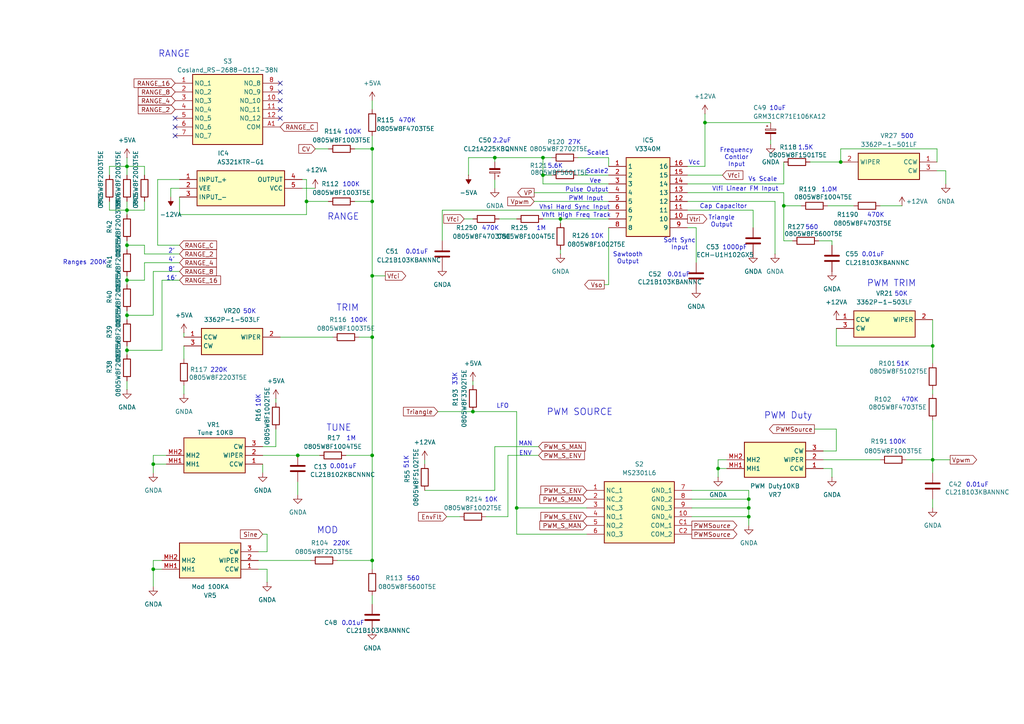
<source format=kicad_sch>
(kicad_sch (version 20250114) (generator "eeschema") (generator_version "9.0")
  (paper "A4")
  (text "LFO" (at 145.796 117.856 0) (effects (font (size 1.27 1.27))))
  (text "Scale2" (at 173.228 49.784 0) (effects (font (size 1.27 1.27))))
  (text "Vcc" (at 201.422 47.244 0) (effects (font (size 1.27 1.27))))
  (text "TRIM" (at 100.838 89.408 0) (effects (font (size 1.905 1.905))))
  (text "0.01uF" (at 283.464 140.716 0) (effects (font (size 1.27 1.27))))
  (text "560" (at 119.888 167.894 0) (effects (font (size 1.27 1.27))))
  (text "Frequency\nContlor\nInput" (at 213.614 45.72 0) (effects (font (size 1.27 1.27))))
  (text "220K" (at 63.5 107.442 0) (effects (font (size 1.27 1.27))))
  (text "10K" (at 142.494 145.034 0) (effects (font (size 1.27 1.27))))
  (text "33K" (at 131.9687 110.0165 90) (effects (font (size 1.27 1.27))))
  (text "RANGE" (at 50.546 15.748 0) (effects (font (size 1.905 1.905))))
  (text "Pulse Output" (at 170.18 55.118 0) (effects (font (size 1.27 1.27))))
  (text "10uF" (at 225.552 31.496 0) (effects (font (size 1.27 1.27))))
  (text "27K" (at 166.624 41.402 0) (effects (font (size 1.27 1.27))))
  (text "RANGE" (at 99.568 62.992 0) (effects (font (size 1.905 1.905))))
  (text "100K" (at 260.35 128.27 0) (effects (font (size 1.27 1.27))))
  (text "PWM SOURCE" (at 168.148 119.634 0) (effects (font (size 1.905 1.905))))
  (text "500" (at 263.144 39.624 0) (effects (font (size 1.27 1.27))))
  (text "Vhsi Hard Sync Input" (at 166.624 60.198 0) (effects (font (size 1.27 1.27))))
  (text "470K" (at 263.906 116.078 0) (effects (font (size 1.27 1.27))))
  (text "Triangle\nOutput" (at 209.296 64.262 0) (effects (font (size 1.27 1.27))))
  (text "0.001uF" (at 99.568 135.382 0) (effects (font (size 1.27 1.27))))
  (text "TUNE" (at 98.298 124.206 0) (effects (font (size 1.905 1.905))))
  (text "8'" (at 49.784 78.232 0) (effects (font (size 1.27 1.27))))
  (text "100K" (at 104.14 92.964 0) (effects (font (size 1.27 1.27))))
  (text "PWM Input" (at 169.926 57.658 0) (effects (font (size 1.27 1.27))))
  (text "51K" (at 117.856 134.112 90) (effects (font (size 1.27 1.27))))
  (text "470K" (at 254 62.484 0) (effects (font (size 1.27 1.27))))
  (text "PWM Duty" (at 228.6 120.65 0) (effects (font (size 1.905 1.905))))
  (text "1.5K" (at 233.68 42.926 0) (effects (font (size 1.27 1.27))))
  (text "Sawtooth\nOutput" (at 182.118 74.93 0) (effects (font (size 1.27 1.27))))
  (text "PWM TRIM" (at 258.572 82.296 0) (effects (font (size 1.905 1.905))))
  (text "1000pF" (at 213.106 71.882 0) (effects (font (size 1.27 1.27))))
  (text "Vlfi Linear FM Input" (at 216.154 54.864 0) (effects (font (size 1.27 1.27))))
  (text "220K" (at 99.06 157.734 0) (effects (font (size 1.27 1.27))))
  (text "MAN" (at 152.4 128.778 0) (effects (font (size 1.27 1.27))))
  (text "16'" (at 49.784 80.772 0) (effects (font (size 1.27 1.27))))
  (text "Vee" (at 172.72 52.578 0) (effects (font (size 1.27 1.27))))
  (text "10K" (at 173.228 68.58 0) (effects (font (size 1.27 1.27))))
  (text "0.01uF" (at 253.238 73.914 0) (effects (font (size 1.27 1.27))))
  (text "Soft Sync\nInput" (at 197.104 70.866 0) (effects (font (size 1.27 1.27))))
  (text "Scale1" (at 173.482 44.45 0) (effects (font (size 1.27 1.27))))
  (text "0.01uF" (at 102.362 180.848 0) (effects (font (size 1.27 1.27))))
  (text "Ranges 200K" (at 24.638 76.2 0) (effects (font (size 1.27 1.27))))
  (text "51K" (at 261.874 105.664 0) (effects (font (size 1.27 1.27))))
  (text "100K" (at 102.362 38.354 0) (effects (font (size 1.27 1.27))))
  (text "560" (at 235.458 66.04 0) (effects (font (size 1.27 1.27))))
  (text "2.2uF" (at 145.542 40.894 0) (effects (font (size 1.27 1.27))))
  (text "1M" (at 101.854 127.254 0) (effects (font (size 1.27 1.27))))
  (text "Vs Scale" (at 221.234 52.07 0) (effects (font (size 1.27 1.27))))
  (text "ENV" (at 152.4 131.572 0) (effects (font (size 1.27 1.27))))
  (text "50K" (at 72.39 90.424 0) (effects (font (size 1.27 1.27))))
  (text "470K" (at 142.24 66.294 0) (effects (font (size 1.27 1.27))))
  (text "100K" (at 101.854 53.594 0) (effects (font (size 1.27 1.27))))
  (text "10K" (at 74.93 116.332 90) (effects (font (size 1.27 1.27))))
  (text "1.0M" (at 240.538 55.118 0) (effects (font (size 1.27 1.27))))
  (text "Cap Capacitor" (at 209.804 59.944 0) (effects (font (size 1.27 1.27))))
  (text "0.01uF" (at 196.85 79.756 0) (effects (font (size 1.27 1.27))))
  (text "0.01uF" (at 120.904 73.152 0) (effects (font (size 1.27 1.27))))
  (text "50K" (at 261.366 85.344 0) (effects (font (size 1.27 1.27))))
  (text "470K" (at 118.11 35.052 0) (effects (font (size 1.27 1.27))))
  (text "1M" (at 156.972 66.294 0) (effects (font (size 1.27 1.27))))
  (text "4'" (at 49.784 75.438 0) (effects (font (size 1.27 1.27))))
  (text "MOD" (at 94.996 153.924 0) (effects (font (size 1.905 1.905))))
  (text "Vhft High Freq Track" (at 167.132 62.484 0) (effects (font (size 1.27 1.27))))
  (text "5.6K" (at 161.036 48.26 0) (effects (font (size 1.27 1.27))))
  (text "2'" (at 49.784 72.898 0) (effects (font (size 1.27 1.27))))
  (junction (at 36.83 91.44))
  (junction (at 36.83 101.6))
  (junction (at 44.45 134.62))
  (junction (at 107.95 97.79))
  (junction (at 157.48 50.8))
  (junction (at 157.48 45.72))
  (junction (at 44.45 165.1))
  (junction (at 107.95 58.42))
  (junction (at 204.47 35.56))
  (junction (at 86.36 132.08))
  (junction (at 137.16 119.38))
  (junction (at 149.86 147.32))
  (junction (at 88.9 58.42))
  (junction (at 227.33 59.69))
  (junction (at 143.51 45.72))
  (junction (at 36.83 71.12))
  (junction (at 162.56 63.5))
  (junction (at 36.83 60.96))
  (junction (at 107.95 162.56))
  (junction (at 107.95 80.01))
  (junction (at 36.83 81.28))
  (junction (at 107.95 43.18))
  (junction (at 243.84 46.99))
  (junction (at 36.83 48.26))
  (junction (at 270.51 133.35))
  (junction (at 217.17 147.32))
  (junction (at 107.95 132.08))
  (junction (at 270.51 100.33))
  (junction (at 217.17 144.78))
  (junction (at 208.28 135.89))
  (junction (at 217.17 149.86))
  (no_connect (at 81.28 26.67))
  (no_connect (at 81.28 31.75))
  (no_connect (at 50.8 34.29))
  (no_connect (at 50.8 36.83))
  (no_connect (at 81.28 29.21))
  (no_connect (at 81.28 34.29))
  (no_connect (at 81.28 24.13))
  (no_connect (at 50.8 39.37))
  (wire (pts (xy 76.2 129.54) (xy 80.01 129.54)))
  (wire (pts (xy 128.27 60.96) (xy 128.27 69.85)))
  (wire (pts (xy 227.33 46.99) (xy 227.33 53.34)))
  (wire (pts (xy 107.95 43.18) (xy 107.95 58.42)))
  (wire (pts (xy 107.95 172.72) (xy 107.95 175.26)))
  (wire (pts (xy 208.28 133.35) (xy 208.28 135.89)))
  (wire (pts (xy 200.66 149.86) (xy 217.17 149.86)))
  (wire (pts (xy 41.91 76.2) (xy 52.07 76.2)))
  (wire (pts (xy 36.83 48.26) (xy 41.91 48.26)))
  (wire (pts (xy 81.28 97.79) (xy 96.52 97.79)))
  (wire (pts (xy 176.53 45.72) (xy 167.64 45.72)))
  (wire (pts (xy 157.48 45.72) (xy 160.02 45.72)))
  (wire (pts (xy 200.66 147.32) (xy 217.17 147.32)))
  (wire (pts (xy 255.27 59.69) (xy 261.62 59.69)))
  (wire (pts (xy 45.72 71.12) (xy 45.72 52.07)))
  (wire (pts (xy 270.51 100.33) (xy 270.51 92.71)))
  (wire (pts (xy 149.86 147.32) (xy 149.86 119.38)))
  (wire (pts (xy 162.56 63.5) (xy 176.53 63.5)))
  (wire (pts (xy 53.34 96.52) (xy 53.34 97.79)))
  (wire (pts (xy 134.62 63.5) (xy 137.16 63.5)))
  (wire (pts (xy 137.16 110.49) (xy 137.16 111.76)))
  (wire (pts (xy 36.83 60.96) (xy 36.83 62.23)))
  (wire (pts (xy 46.99 101.6) (xy 46.99 81.28)))
  (wire (pts (xy 41.91 71.12) (xy 41.91 73.66)))
  (wire (pts (xy 199.39 55.88) (xy 227.33 55.88)))
  (wire (pts (xy 217.17 149.86) (xy 217.17 152.4)))
  (wire (pts (xy 217.17 144.78) (xy 217.17 147.32)))
  (wire (pts (xy 237.49 69.85) (xy 241.3 69.85)))
  (wire (pts (xy 262.89 133.35) (xy 270.51 133.35)))
  (wire (pts (xy 147.32 132.08) (xy 156.21 132.08)))
  (wire (pts (xy 242.57 124.46) (xy 242.57 130.81)))
  (wire (pts (xy 143.51 45.72) (xy 157.48 45.72)))
  (wire (pts (xy 238.76 133.35) (xy 255.27 133.35)))
  (wire (pts (xy 227.33 55.88) (xy 227.33 59.69)))
  (wire (pts (xy 36.83 90.17) (xy 36.83 91.44)))
  (wire (pts (xy 176.53 48.26) (xy 176.53 45.72)))
  (wire (pts (xy 270.51 133.35) (xy 275.59 133.35)))
  (wire (pts (xy 242.57 130.81) (xy 238.76 130.81)))
  (wire (pts (xy 143.51 129.54) (xy 156.21 129.54)))
  (wire (pts (xy 88.9 52.07) (xy 87.63 52.07)))
  (wire (pts (xy 175.26 82.55) (xy 176.53 82.55)))
  (wire (pts (xy 41.91 48.26) (xy 41.91 50.8)))
  (wire (pts (xy 224.79 58.42) (xy 224.79 73.66)))
  (wire (pts (xy 154.94 58.42) (xy 176.53 58.42)))
  (wire (pts (xy 76.2 154.94) (xy 77.47 154.94)))
  (wire (pts (xy 204.47 33.02) (xy 204.47 35.56)))
  (wire (pts (xy 77.47 165.1) (xy 77.47 168.91)))
  (wire (pts (xy 76.2 137.16) (xy 76.2 134.62)))
  (wire (pts (xy 111.76 80.01) (xy 107.95 80.01)))
  (wire (pts (xy 170.18 154.94) (xy 149.86 154.94)))
  (wire (pts (xy 53.34 111.76) (xy 53.34 114.3)))
  (wire (pts (xy 107.95 97.79) (xy 107.95 80.01)))
  (wire (pts (xy 208.28 135.89) (xy 208.28 138.43)))
  (wire (pts (xy 41.91 73.66) (xy 52.07 73.66)))
  (wire (pts (xy 36.83 91.44) (xy 44.45 91.44)))
  (wire (pts (xy 227.33 53.34) (xy 199.39 53.34)))
  (wire (pts (xy 53.34 100.33) (xy 53.34 104.14)))
  (wire (pts (xy 107.95 97.79) (xy 107.95 132.08)))
  (wire (pts (xy 36.83 80.01) (xy 36.83 81.28)))
  (wire (pts (xy 241.3 69.85) (xy 241.3 71.12)))
  (wire (pts (xy 229.87 69.85) (xy 227.33 69.85)))
  (wire (pts (xy 129.54 149.86) (xy 133.35 149.86)))
  (wire (pts (xy 270.51 113.03) (xy 270.51 114.3)))
  (wire (pts (xy 144.78 63.5) (xy 149.86 63.5)))
  (wire (pts (xy 270.51 133.35) (xy 270.51 137.16)))
  (wire (pts (xy 36.83 45.72) (xy 36.83 48.26)))
  (wire (pts (xy 36.83 91.44) (xy 36.83 92.71)))
  (wire (pts (xy 143.51 45.72) (xy 143.51 46.99)))
  (wire (pts (xy 127 119.38) (xy 137.16 119.38)))
  (wire (pts (xy 218.44 60.96) (xy 218.44 66.04)))
  (wire (pts (xy 45.72 71.12) (xy 52.07 71.12)))
  (wire (pts (xy 201.93 66.04) (xy 199.39 66.04)))
  (wire (pts (xy 200.66 144.78) (xy 217.17 144.78)))
  (wire (pts (xy 44.45 91.44) (xy 44.45 78.74)))
  (wire (pts (xy 217.17 147.32) (xy 217.17 149.86)))
  (wire (pts (xy 86.36 139.7) (xy 86.36 143.51)))
  (wire (pts (xy 46.99 162.56) (xy 44.45 162.56)))
  (wire (pts (xy 140.97 149.86) (xy 147.32 149.86)))
  (wire (pts (xy 31.75 50.8) (xy 31.75 48.26)))
  (wire (pts (xy 88.9 62.23) (xy 88.9 58.42)))
  (wire (pts (xy 234.95 46.99) (xy 243.84 46.99)))
  (wire (pts (xy 123.19 133.35) (xy 123.19 134.62)))
  (wire (pts (xy 157.48 63.5) (xy 162.56 63.5)))
  (wire (pts (xy 176.53 60.96) (xy 128.27 60.96)))
  (wire (pts (xy 74.93 162.56) (xy 90.17 162.56)))
  (wire (pts (xy 199.39 58.42) (xy 224.79 58.42)))
  (wire (pts (xy 143.51 142.24) (xy 143.51 129.54)))
  (wire (pts (xy 36.83 81.28) (xy 36.83 82.55)))
  (wire (pts (xy 204.47 48.26) (xy 199.39 48.26)))
  (wire (pts (xy 200.66 142.24) (xy 217.17 142.24)))
  (wire (pts (xy 199.39 60.96) (xy 218.44 60.96)))
  (wire (pts (xy 209.55 50.8) (xy 199.39 50.8)))
  (wire (pts (xy 160.02 50.8) (xy 157.48 50.8)))
  (wire (pts (xy 88.9 58.42) (xy 88.9 52.07)))
  (wire (pts (xy 36.83 69.85) (xy 36.83 71.12)))
  (wire (pts (xy 104.14 97.79) (xy 107.95 97.79)))
  (wire (pts (xy 242.57 100.33) (xy 270.51 100.33)))
  (wire (pts (xy 102.87 43.18) (xy 107.95 43.18)))
  (wire (pts (xy 176.53 82.55) (xy 176.53 66.04)))
  (wire (pts (xy 107.95 58.42) (xy 107.95 80.01)))
  (wire (pts (xy 86.36 132.08) (xy 92.71 132.08)))
  (wire (pts (xy 107.95 29.21) (xy 107.95 31.75)))
  (wire (pts (xy 48.26 134.62) (xy 44.45 134.62)))
  (wire (pts (xy 223.52 40.64) (xy 223.52 41.91)))
  (wire (pts (xy 74.93 165.1) (xy 77.47 165.1)))
  (wire (pts (xy 170.18 147.32) (xy 149.86 147.32)))
  (wire (pts (xy 41.91 81.28) (xy 41.91 76.2)))
  (wire (pts (xy 36.83 60.96) (xy 41.91 60.96)))
  (wire (pts (xy 271.78 49.53) (xy 274.32 49.53)))
  (wire (pts (xy 135.89 45.72) (xy 143.51 45.72)))
  (wire (pts (xy 36.83 58.42) (xy 36.83 60.96)))
  (wire (pts (xy 167.64 50.8) (xy 176.53 50.8)))
  (wire (pts (xy 80.01 124.46) (xy 80.01 129.54)))
  (wire (pts (xy 36.83 48.26) (xy 36.83 50.8)))
  (wire (pts (xy 240.03 59.69) (xy 247.65 59.69)))
  (wire (pts (xy 135.89 45.72) (xy 135.89 50.8)))
  (wire (pts (xy 154.94 55.88) (xy 176.53 55.88)))
  (wire (pts (xy 227.33 59.69) (xy 232.41 59.69)))
  (wire (pts (xy 147.32 149.86) (xy 147.32 132.08)))
  (wire (pts (xy 80.01 116.84) (xy 80.01 115.57)))
  (wire (pts (xy 210.82 135.89) (xy 208.28 135.89)))
  (wire (pts (xy 270.51 121.92) (xy 270.51 133.35)))
  (wire (pts (xy 44.45 162.56) (xy 44.45 165.1)))
  (wire (pts (xy 204.47 35.56) (xy 223.52 35.56)))
  (wire (pts (xy 45.72 52.07) (xy 52.07 52.07)))
  (wire (pts (xy 271.78 46.99) (xy 271.78 43.18)))
  (wire (pts (xy 91.44 43.18) (xy 95.25 43.18)))
  (wire (pts (xy 107.95 39.37) (xy 107.95 43.18)))
  (wire (pts (xy 143.51 52.07) (xy 143.51 54.61)))
  (wire (pts (xy 271.78 43.18) (xy 243.84 43.18)))
  (wire (pts (xy 123.19 142.24) (xy 143.51 142.24)))
  (wire (pts (xy 87.63 54.61) (xy 91.44 54.61)))
  (wire (pts (xy 176.53 53.34) (xy 157.48 53.34)))
  (wire (pts (xy 46.99 81.28) (xy 52.07 81.28)))
  (wire (pts (xy 31.75 48.26) (xy 36.83 48.26)))
  (wire (pts (xy 88.9 58.42) (xy 95.25 58.42)))
  (wire (pts (xy 46.99 165.1) (xy 44.45 165.1)))
  (wire (pts (xy 36.83 100.33) (xy 36.83 101.6)))
  (wire (pts (xy 243.84 43.18) (xy 243.84 46.99)))
  (wire (pts (xy 107.95 162.56) (xy 107.95 165.1)))
  (wire (pts (xy 41.91 60.96) (xy 41.91 58.42)))
  (wire (pts (xy 44.45 132.08) (xy 44.45 134.62)))
  (wire (pts (xy 44.45 78.74) (xy 52.07 78.74)))
  (wire (pts (xy 31.75 60.96) (xy 36.83 60.96)))
  (wire (pts (xy 74.93 160.02) (xy 77.47 160.02)))
  (wire (pts (xy 36.83 71.12) (xy 41.91 71.12)))
  (wire (pts (xy 49.53 54.61) (xy 49.53 57.15)))
  (wire (pts (xy 270.51 100.33) (xy 270.51 105.41)))
  (wire (pts (xy 157.48 45.72) (xy 157.48 50.8)))
  (wire (pts (xy 242.57 124.46) (xy 236.22 124.46)))
  (wire (pts (xy 270.51 144.78) (xy 270.51 147.32)))
  (wire (pts (xy 162.56 63.5) (xy 162.56 64.77)))
  (wire (pts (xy 149.86 154.94) (xy 149.86 147.32)))
  (wire (pts (xy 77.47 154.94) (xy 77.47 160.02)))
  (wire (pts (xy 107.95 162.56) (xy 107.95 132.08)))
  (wire (pts (xy 102.87 58.42) (xy 107.95 58.42)))
  (wire (pts (xy 100.33 132.08) (xy 107.95 132.08)))
  (wire (pts (xy 274.32 49.53) (xy 274.32 53.34)))
  (wire (pts (xy 149.86 119.38) (xy 137.16 119.38)))
  (wire (pts (xy 44.45 134.62) (xy 44.45 137.16)))
  (wire (pts (xy 48.26 132.08) (xy 44.45 132.08)))
  (wire (pts (xy 227.33 59.69) (xy 227.33 69.85)))
  (wire (pts (xy 36.83 101.6) (xy 46.99 101.6)))
  (wire (pts (xy 241.3 135.89) (xy 241.3 138.43)))
  (wire (pts (xy 52.07 57.15) (xy 52.07 62.23)))
  (wire (pts (xy 157.48 53.34) (xy 157.48 50.8)))
  (wire (pts (xy 52.07 54.61) (xy 49.53 54.61)))
  (wire (pts (xy 217.17 142.24) (xy 217.17 144.78)))
  (wire (pts (xy 36.83 71.12) (xy 36.83 72.39)))
  (wire (pts (xy 31.75 58.42) (xy 31.75 60.96)))
  (wire (pts (xy 44.45 165.1) (xy 44.45 170.18)))
  (wire (pts (xy 238.76 135.89) (xy 241.3 135.89)))
  (wire (pts (xy 210.82 133.35) (xy 208.28 133.35)))
  (wire (pts (xy 76.2 132.08) (xy 86.36 132.08)))
  (wire (pts (xy 52.07 62.23) (xy 88.9 62.23)))
  (wire (pts (xy 201.93 66.04) (xy 201.93 76.2)))
  (wire (pts (xy 242.57 95.25) (xy 242.57 100.33)))
  (wire (pts (xy 36.83 110.49) (xy 36.83 113.03)))
  (wire (pts (xy 97.79 162.56) (xy 107.95 162.56)))
  (wire (pts (xy 36.83 81.28) (xy 41.91 81.28)))
  (wire (pts (xy 162.56 73.66) (xy 162.56 72.39)))
  (wire (pts (xy 204.47 35.56) (xy 204.47 48.26)))
  (wire (pts (xy 36.83 101.6) (xy 36.83 102.87)))
  (global_label "VP" (shape output) (at 154.94 55.88 180) (property "Intersheetrefs" "${INTERSHEET_REFS}" (effects (hide yes))))
  (global_label "RANGE_16" (shape input) (at 52.07 81.28 0) (property "Intersheetrefs" "${INTERSHEET_REFS}" (effects (hide yes))))
  (global_label "Vpwm" (shape input) (at 154.94 58.42 180) (property "Intersheetrefs" "${INTERSHEET_REFS}" (effects (hide yes))))
  (global_label "PWMSource" (shape output) (at 200.66 152.4 0) (property "Intersheetrefs" "${INTERSHEET_REFS}" (effects (hide yes))))
  (global_label "RANGE_C" (shape input) (at 81.28 36.83 0) (property "Intersheetrefs" "${INTERSHEET_REFS}" (effects (hide yes))))
  (global_label "Vpwm" (shape output) (at 275.59 133.35 0) (property "Intersheetrefs" "${INTERSHEET_REFS}" (effects (hide yes))))
  (global_label "EnvFlt" (shape input) (at 129.54 149.86 180) (property "Intersheetrefs" "${INTERSHEET_REFS}" (effects (hide yes))))
  (global_label "Vfci" (shape input) (at 209.55 50.8 0) (property "Intersheetrefs" "${INTERSHEET_REFS}" (effects (hide yes))))
  (global_label "PWM_S_MAN" (shape input) (at 156.21 129.54 0) (property "Intersheetrefs" "${INTERSHEET_REFS}" (effects (hide yes))))
  (global_label "RANGE_2" (shape input) (at 52.07 73.66 0) (property "Intersheetrefs" "${INTERSHEET_REFS}" (effects (hide yes))))
  (global_label "Triangle" (shape input) (at 127 119.38 180) (property "Intersheetrefs" "${INTERSHEET_REFS}" (effects (hide yes))))
  (global_label "PWM_S_ENV" (shape input) (at 156.21 132.08 0) (property "Intersheetrefs" "${INTERSHEET_REFS}" (effects (hide yes))))
  (global_label "PWM_S_MAN" (shape input) (at 170.18 152.4 180) (property "Intersheetrefs" "${INTERSHEET_REFS}" (effects (hide yes))))
  (global_label "RANGE_4" (shape input) (at 52.07 76.2 0) (property "Intersheetrefs" "${INTERSHEET_REFS}" (effects (hide yes))))
  (global_label "Sine" (shape input) (at 76.2 154.94 180) (property "Intersheetrefs" "${INTERSHEET_REFS}" (effects (hide yes))))
  (global_label "RANGE_8" (shape input) (at 50.8 26.67 180) (property "Intersheetrefs" "${INTERSHEET_REFS}" (effects (hide yes))))
  (global_label "RANGE_16" (shape input) (at 50.8 24.13 180) (property "Intersheetrefs" "${INTERSHEET_REFS}" (effects (hide yes))))
  (global_label "PWMSource" (shape output) (at 236.22 124.46 180) (property "Intersheetrefs" "${INTERSHEET_REFS}" (effects (hide yes))))
  (global_label "PWM_S_MAN" (shape input) (at 170.18 144.78 180) (property "Intersheetrefs" "${INTERSHEET_REFS}" (effects (hide yes))))
  (global_label "PWM_S_ENV" (shape input) (at 170.18 142.24 180) (property "Intersheetrefs" "${INTERSHEET_REFS}" (effects (hide yes))))
  (global_label "RANGE_2" (shape input) (at 50.8 31.75 180) (property "Intersheetrefs" "${INTERSHEET_REFS}" (effects (hide yes))))
  (global_label "CV" (shape input) (at 91.44 43.18 180) (property "Intersheetrefs" "${INTERSHEET_REFS}" (effects (hide yes))))
  (global_label "Vfci" (shape output) (at 111.76 80.01 0) (property "Intersheetrefs" "${INTERSHEET_REFS}" (effects (hide yes))))
  (global_label "RANGE_4" (shape input) (at 50.8 29.21 180) (property "Intersheetrefs" "${INTERSHEET_REFS}" (effects (hide yes))))
  (global_label "RANGE_C" (shape input) (at 52.07 71.12 0) (property "Intersheetrefs" "${INTERSHEET_REFS}" (effects (hide yes))))
  (global_label "RANGE_8" (shape input) (at 52.07 78.74 0) (property "Intersheetrefs" "${INTERSHEET_REFS}" (effects (hide yes))))
  (global_label "Vfci" (shape input) (at 134.62 63.5 180) (property "Intersheetrefs" "${INTERSHEET_REFS}" (effects (hide yes))))
  (global_label "Vso" (shape output) (at 175.26 82.55 180) (property "Intersheetrefs" "${INTERSHEET_REFS}" (effects (hide yes))))
  (global_label "PWM_S_ENV" (shape input) (at 170.18 149.86 180) (property "Intersheetrefs" "${INTERSHEET_REFS}" (effects (hide yes))))
  (global_label "PWMSource" (shape output) (at 200.66 154.94 0) (property "Intersheetrefs" "${INTERSHEET_REFS}" (effects (hide yes))))
  (global_label "Vtri" (shape output) (at 199.39 63.5 0) (property "Intersheetrefs" "${INTERSHEET_REFS}" (effects (hide yes))))
  (symbol (lib_id "power:+5VA") (at 53.34 96.52 0) (unit 1)
    (property "Reference" "#PWR020" (effects (hide yes)))
    (property "Value" "+5VA" (at 53.34 91.44 0))
    (property "Description" "Power symbol creates a global label with name \"+5VA\"" (effects (hide yes)))
  )
  (symbol (lib_id "Device:R") (at 231.14 46.99 90) (unit 1)
    (property "Reference" "R118" (at 228.6 42.672 90))
    (property "Value" "0805W8F1501T5E" (at 231.394 44.958 90))
    (property "Footprint" "Resistor_SMD:R_0805_2012Metric_Pad1.20x1.40mm_HandSolder" (effects (hide yes)))
    (property "Description" "Resistor" (effects (hide yes)))
  )
  (symbol (lib_id "Device:R") (at 80.01 120.65 180) (unit 1)
    (property "Reference" "R16" (at 74.93 120.396 90))
    (property "Value" "0805W8F1002T5E" (at 77.47 120.65 90))
    (property "Footprint" "Resistor_SMD:R_0805_2012Metric_Pad1.20x1.40mm_HandSolder" (effects (hide yes)))
    (property "Description" "Resistor" (effects (hide yes)))
  )
  (symbol (lib_id "Device:R") (at 163.83 50.8 90) (unit 1)
    (property "Reference" "R121" (at 156.21 48.006 90))
    (property "Value" "0805W8F5601T5E" (at 162.306 50.038 90))
    (property "Footprint" "Resistor_SMD:R_0805_2012Metric_Pad1.20x1.40mm_HandSolder" (effects (hide yes)))
    (property "Description" "Resistor" (effects (hide yes)))
  )
  (symbol (lib_id "power:GNDA") (at 217.17 152.4 0) (unit 1)
    (property "Reference" "#PWR027" (effects (hide yes)))
    (property "Value" "GNDA" (at 217.17 157.48 0))
    (property "Description" "Power symbol creates a global label with name \"GNDA\" , analog ground" (effects (hide yes)))
  )
  (symbol (lib_id "Device:C") (at 201.93 80.01 180) (unit 1)
    (property "Reference" "C52" (at 187.96 79.502 0) (effects (justify right)))
    (property "Value" "CL21B103KBANNNC" (at 184.912 81.788 0) (effects (justify right)))
    (property "Footprint" "Capacitor_SMD:C_0805_2012Metric_Pad1.18x1.45mm_HandSolder" (effects (hide yes)))
    (property "Description" "Unpolarized capacitor" (effects (hide yes)))
  )
  (symbol (lib_id "Device:C") (at 218.44 69.85 180) (unit 1)
    (property "Reference" "C53" (at 204.724 71.628 0) (effects (justify right)))
    (property "Value" "ECH-U1H102GX5" (at 201.93 73.914 0) (effects (justify right)))
    (property "Footprint" "Capacitor_SMD:C_0805_2012Metric_Pad1.18x1.45mm_HandSolder" (effects (hide yes)))
    (property "Description" "Unpolarized capacitor" (effects (hide yes)))
  )
  (symbol (lib_id "power:+5VA") (at 80.01 115.57 0) (unit 1)
    (property "Reference" "#PWR017" (effects (hide yes)))
    (property "Value" "+5VA" (at 80.01 110.49 0))
    (property "Description" "Power symbol creates a global label with name \"+5VA\"" (effects (hide yes)))
  )
  (symbol (lib_id "SamacSys_Parts:RK09D117000B") (at 76.2 134.62 180) (unit 1)
    (property "Reference" "VR1" (at 61.976 123.19 0))
    (property "Value" "Tune 10KB" (at 62.484 125.476 0))
    (property "Footprint" "SamacSys_parts:RK09D117000B" (effects (hide yes)))
    (property "Datasheet" "https://tech.alpsalpine.com/prod/j/html/potentiometer/rotarypotentiometers/rk09k/rk09d117000b.html" (effects (hide yes)))
    (property "Description" "9-inch insulated shaft snap-in type RK09K/RK09D series" (effects (hide yes)))
    (property "Height" "30" (effects (hide yes)))
    (property "Manufacturer_Name" "ALPS Electric" (effects (hide yes)))
    (property "Manufacturer_Part_Number" "RK09D117000B" (effects (hide yes)))
    (property "Mouser Part Number" "688-RK09D117000B" (effects (hide yes)))
    (property "Mouser Price/Stock" "https://www.mouser.co.uk/ProductDetail/Alps-Alpine/RK09D117000B?qs=3cOf6TWd2rbc67829PEbEQ%3D%3D" (effects (hide yes)))
  )
  (symbol (lib_id "power:GNDA") (at 241.3 138.43 0) (unit 1)
    (property "Reference" "#PWR010" (effects (hide yes)))
    (property "Value" "GNDA" (at 241.3 143.51 0))
    (property "Description" "Power symbol creates a global label with name \"GNDA\" , analog ground" (effects (hide yes)))
  )
  (symbol (lib_id "power:GNDA") (at 77.47 168.91 0) (mirror y) (unit 1)
    (property "Reference" "#PWR013" (effects (hide yes)))
    (property "Value" "GNDA" (at 77.47 173.99 0))
    (property "Description" "Power symbol creates a global label with name \"GNDA\" , analog ground" (effects (hide yes)))
  )
  (symbol (lib_id "power:GNDA") (at 53.34 114.3 0) (unit 1)
    (property "Reference" "#PWR051" (effects (hide yes)))
    (property "Value" "GNDA" (at 53.34 119.38 0))
    (property "Description" "Power symbol creates a global label with name \"GNDA\" , analog ground" (effects (hide yes)))
  )
  (symbol (lib_id "Device:R") (at 93.98 162.56 90) (unit 1)
    (property "Reference" "R104" (at 92.71 157.48 90))
    (property "Value" "0805W8F2203T5E" (at 93.98 160.02 90))
    (property "Footprint" "Resistor_SMD:R_0805_2012Metric_Pad1.20x1.40mm_HandSolder" (effects (hide yes)))
    (property "Description" "Resistor" (effects (hide yes)))
  )
  (symbol (lib_id "Device:C") (at 86.36 135.89 180) (unit 1)
    (property "Reference" "C13" (at 90.932 135.382 0) (effects (justify right)))
    (property "Value" "CL21B102KBCNNNC" (at 89.916 137.668 0) (effects (justify right)))
    (property "Footprint" "Capacitor_SMD:C_0805_2012Metric_Pad1.18x1.45mm_HandSolder" (effects (hide yes)))
    (property "Description" "Unpolarized capacitor" (effects (hide yes)))
  )
  (symbol (lib_id "SamacSys_Parts:3362P-1-103LF") (at 53.34 97.79 0) (unit 1)
    (property "Reference" "VR20" (at 67.31 90.17 0))
    (property "Value" "3362P-1-503LF" (at 67.31 92.71 0))
    (property "Footprint" "SamacSys_parts:3362P_1" (effects (hide yes)))
    (property "Datasheet" "https://datasheet.datasheetarchive.com/originals/distributors/SFDatasheet-6/sf-000139931.pdf" (effects (hide yes)))
    (property "Description" "10k, Through Hole Trimmer Potentiometer 0.5W Top Adjust Bourns, 3362" (effects (hide yes)))
    (property "Manufacturer_Name" "Bourns" (effects (hide yes)))
    (property "Manufacturer_Part_Number" "3362P-1-103LF" (effects (hide yes)))
    (property "Mouser Part Number" "652-3362P-1-103LF" (effects (hide yes)))
    (property "Mouser Price/Stock" "https://www.mouser.co.uk/ProductDetail/Bourns/3362P-1-103LF?qs=tS7CBNq%252BQ07BavGNEQud%252BA%3D%3D" (effects (hide yes)))
    (property "Arrow Part Number" "3362P-1-103LF" (effects (hide yes)))
    (property "Arrow Price/Stock" "https://www.arrow.com/en/products/3362p-1-103lf/bourns?utm_currency=USD&region=nac" (effects (hide yes)))
  )
  (symbol (lib_id "power:GNDA") (at 218.44 73.66 0) (unit 1)
    (property "Reference" "#PWR063" (effects (hide yes)))
    (property "Value" "GNDA" (at 218.44 78.74 0))
    (property "Description" "Power symbol creates a global label with name \"GNDA\" , analog ground" (effects (hide yes)))
  )
  (symbol (lib_id "Device:R") (at 31.75 54.61 180) (unit 1)
    (property "Reference" "R43" (at 29.21 57.912 90))
    (property "Value" "0805W8F2003T5E" (at 29.21 52.07 90))
    (property "Footprint" "Resistor_SMD:R_0805_2012Metric_Pad1.20x1.40mm_HandSolder" (effects (hide yes)))
    (property "Description" "Resistor" (effects (hide yes)))
  )
  (symbol (lib_id "power:+12VA") (at 91.44 54.61 0) (unit 1)
    (property "Reference" "#PWR052" (effects (hide yes)))
    (property "Value" "+12VA" (at 91.694 49.276 0))
    (property "Description" "Power symbol creates a global label with name \"+12VA\"" (effects (hide yes)))
  )
  (symbol (lib_id "power:GNDA") (at 44.45 170.18 0) (mirror y) (unit 1)
    (property "Reference" "#PWR014" (effects (hide yes)))
    (property "Value" "GNDA" (at 44.45 175.26 0))
    (property "Description" "Power symbol creates a global label with name \"GNDA\" , analog ground" (effects (hide yes)))
  )
  (symbol (lib_id "Device:R") (at 140.97 63.5 90) (unit 1)
    (property "Reference" "R1250" (at 135.382 66.04 90))
    (property "Value" "0805W8F4703T5E" (at 139.7 68.58 90))
    (property "Footprint" "Resistor_SMD:R_0805_2012Metric_Pad1.20x1.40mm_HandSolder" (effects (hide yes)))
    (property "Description" "Resistor" (effects (hide yes)))
  )
  (symbol (lib_id "power:+12VA") (at 123.19 133.35 0) (unit 1)
    (property "Reference" "#PWR055" (effects (hide yes)))
    (property "Value" "+12VA" (at 123.19 128.27 0))
    (property "Description" "Power symbol creates a global label with name \"+12VA\"" (effects (hide yes)))
  )
  (symbol (lib_name "R_1") (lib_id "Device:R") (at 137.16 115.57 180) (unit 1)
    (property "Reference" "R193" (at 132.08 115.316 90))
    (property "Value" "0805W8F3302T5E" (at 134.62 115.57 90))
    (property "Footprint" "Resistor_SMD:R_0805_2012Metric_Pad1.20x1.40mm_HandSolder" (effects (hide yes)))
    (property "Description" "Resistor" (effects (hide yes)))
  )
  (symbol (lib_id "power:GNDA") (at 76.2 137.16 0) (unit 1)
    (property "Reference" "#PWR018" (effects (hide yes)))
    (property "Value" "GNDA" (at 76.2 142.24 0))
    (property "Description" "Power symbol creates a global label with name \"GNDA\" , analog ground" (effects (hide yes)))
  )
  (symbol (lib_id "SamacSys_Parts:MS2301L6") (at 170.18 142.24 0) (unit 1)
    (property "Reference" "S2" (at 185.42 134.62 0))
    (property "Value" "MS2301L6" (at 185.42 137.16 0))
    (property "Footprint" "SamacSys_parts:MS2301L6" (effects (hide yes)))
    (property "Datasheet" "https://www.citrelay.com/Catalog%20Pages/SwitchCatalog/MS2301.pdf" (effects (hide yes)))
    (property "Description" "SLIDE SWITCH DP3T 200MA 30VDC" (effects (hide yes)))
    (property "Height" "14.1" (effects (hide yes)))
    (property "Manufacturer_Name" "CIT Relay & Switch" (effects (hide yes)))
    (property "Manufacturer_Part_Number" "MS2301L6" (effects (hide yes)))
  )
  (symbol (lib_id "Device:R") (at 259.08 133.35 90) (unit 1)
    (property "Reference" "R191" (at 255.016 128.016 90))
    (property "Value" "0805W8F1003T5E" (at 259.08 130.81 90))
    (property "Footprint" "Resistor_SMD:R_0805_2012Metric_Pad1.20x1.40mm_HandSolder" (effects (hide yes)))
    (property "Description" "Resistor" (effects (hide yes)))
  )
  (symbol (lib_id "Device:C_Polarized_Small") (at 143.51 49.53 180) (unit 1)
    (property "Reference" "C50" (at 138.684 40.64 0) (effects (justify right)))
    (property "Value" "CL21A225KBQNNNE" (at 134.366 43.18 0) (effects (justify right)))
    (property "Footprint" "Capacitor_SMD:C_0805_2012Metric_Pad1.18x1.45mm_HandSolder" (effects (hide yes)))
    (property "Description" "Polarized capacitor, small symbol" (effects (hide yes)))
  )
  (symbol (lib_id "Device:R") (at 270.51 118.11 180) (unit 1)
    (property "Reference" "R102" (at 256.032 115.824 0))
    (property "Value" "0805W8F4703T5E" (at 260.35 118.11 0))
    (property "Footprint" "Resistor_SMD:R_0805_2012Metric_Pad1.20x1.40mm_HandSolder" (effects (hide yes)))
    (property "Description" "Resistor" (effects (hide yes)))
  )
  (symbol (lib_id "Device:R") (at 137.16 149.86 90) (unit 1)
    (property "Reference" "R214" (at 137.414 144.78 90))
    (property "Value" "0805W8F1002T5E" (at 137.16 147.32 90))
    (property "Footprint" "Resistor_SMD:R_0805_2012Metric_Pad1.20x1.40mm_HandSolder" (effects (hide yes)))
    (property "Description" "Resistor" (effects (hide yes)))
  )
  (symbol (lib_id "power:+12VA") (at 242.57 92.71 0) (unit 1)
    (property "Reference" "#PWR067" (effects (hide yes)))
    (property "Value" "+12VA" (at 242.57 87.63 0))
    (property "Description" "Power symbol creates a global label with name \"+12VA\"" (effects (hide yes)))
  )
  (symbol (lib_id "Device:R") (at 36.83 54.61 180) (unit 1)
    (property "Reference" "R44" (at 34.29 57.912 90))
    (property "Value" "0805W8F2003T5E" (at 34.29 52.07 90))
    (property "Footprint" "Resistor_SMD:R_0805_2012Metric_Pad1.20x1.40mm_HandSolder" (effects (hide yes)))
    (property "Description" "Resistor" (effects (hide yes)))
  )
  (symbol (lib_id "power:GNDA") (at 162.56 73.66 0) (unit 1)
    (property "Reference" "#PWR061" (effects (hide yes)))
    (property "Value" "GNDA" (at 162.56 78.74 0))
    (property "Description" "Power symbol creates a global label with name \"GNDA\" , analog ground" (effects (hide yes)))
  )
  (symbol (lib_id "Device:R") (at 99.06 58.42 90) (unit 1)
    (property "Reference" "R112" (at 95.758 53.34 90))
    (property "Value" "0805W8F1003T5E" (at 99.06 55.88 90))
    (property "Footprint" "Resistor_SMD:R_0805_2012Metric_Pad1.20x1.40mm_HandSolder" (effects (hide yes)))
    (property "Description" "Resistor" (effects (hide yes)))
  )
  (symbol (lib_id "Device:R") (at 162.56 68.58 180) (unit 1)
    (property "Reference" "R126" (at 168.402 68.326 0))
    (property "Value" "0805W8F1002T5E" (at 172.974 70.866 0))
    (property "Footprint" "Resistor_SMD:R_0805_2012Metric_Pad1.20x1.40mm_HandSolder" (effects (hide yes)))
    (property "Description" "Resistor" (effects (hide yes)))
  )
  (symbol (lib_id "power:+5VA") (at 36.83 45.72 0) (unit 1)
    (property "Reference" "#PWR015" (effects (hide yes)))
    (property "Value" "+5VA" (at 36.83 40.64 0))
    (property "Description" "Power symbol creates a global label with name \"+5VA\"" (effects (hide yes)))
  )
  (symbol (lib_id "power:GNDA") (at 274.32 53.34 0) (unit 1)
    (property "Reference" "#PWR070" (effects (hide yes)))
    (property "Value" "GNDA" (at 274.32 58.42 0))
    (property "Description" "Power symbol creates a global label with name \"GNDA\" , analog ground" (effects (hide yes)))
  )
  (symbol (lib_id "Device:C") (at 128.27 73.66 180) (unit 1)
    (property "Reference" "C51" (at 111.76 72.898 0) (effects (justify right)))
    (property "Value" "CL21B103KBANNNC" (at 109.22 75.438 0) (effects (justify right)))
    (property "Footprint" "Capacitor_SMD:C_0805_2012Metric_Pad1.18x1.45mm_HandSolder" (effects (hide yes)))
    (property "Description" "Unpolarized capacitor" (effects (hide yes)))
  )
  (symbol (lib_id "Device:R") (at 233.68 69.85 90) (unit 1)
    (property "Reference" "R127" (at 230.886 65.786 90))
    (property "Value" "0805W8F5600T5E" (at 235.966 67.818 90))
    (property "Footprint" "Resistor_SMD:R_0805_2012Metric_Pad1.20x1.40mm_HandSolder" (effects (hide yes)))
    (property "Description" "Resistor" (effects (hide yes)))
  )
  (symbol (lib_id "Device:R") (at 251.46 59.69 90) (unit 1)
    (property "Reference" "R1190" (at 245.872 62.23 90))
    (property "Value" "0805W8F4703T5E" (at 250.19 64.77 90))
    (property "Footprint" "Resistor_SMD:R_0805_2012Metric_Pad1.20x1.40mm_HandSolder" (effects (hide yes)))
    (property "Description" "Resistor" (effects (hide yes)))
  )
  (symbol (lib_id "Device:R") (at 163.83 45.72 90) (unit 1)
    (property "Reference" "R120" (at 161.29 41.148 90))
    (property "Value" "0805W8F2702T5E" (at 162.052 43.18 90))
    (property "Footprint" "Resistor_SMD:R_0805_2012Metric_Pad1.20x1.40mm_HandSolder" (effects (hide yes)))
    (property "Description" "Resistor" (effects (hide yes)))
  )
  (symbol (lib_id "SamacSys_Parts:AS321KTR-E1") (at 52.07 52.07 0) (unit 1)
    (property "Reference" "IC4" (at 64.77 44.45 0))
    (property "Value" "AS321KTR-G1" (at 69.85 46.99 0))
    (property "Footprint" "SamacSys_parts:SOT95P282X145-5N" (effects (hide yes)))
    (property "Datasheet" "https://www.diodes.com//assets/Datasheets/AS321.pdf" (effects (hide yes)))
    (property "Description" "Excellent Phase Margin: 60 deg.  Large Voltage Gain: 100dB (Typical)  Low Input Bias Current: 20nA (Typical)  Low Input Offset Voltage: 2mV (Typical)  Low Supply Current: 0.35mA at VCC = 5V  Wide Power Supply Voltage:  Single Supply: 3V to 36V  Dual Supplies: +/-1.5V to +/-18V  Wide Input Common Mode Voltage Range: 0V to VCC-1.5V  Lead-Free Packages: SOT25  Totally Lead-Free; RoHS Compliant (Notes 1 & 2)  Lead-Free Packages, Available in Green Molding Compound: SOT25  Totally Lead-F" (effects (hide yes)))
    (property "Height" "1.45" (effects (hide yes)))
    (property "Manufacturer_Name" "Diodes Incorporated" (effects (hide yes)))
    (property "Manufacturer_Part_Number" "AS321KTR-E1" (effects (hide yes)))
    (property "Mouser Part Number" "621-AS321KTR-E1" (effects (hide yes)))
    (property "Mouser Price/Stock" "https://www.mouser.co.uk/ProductDetail/Diodes-Incorporated/AS321KTR-E1?qs=5V6w%252Be2aIqbJH6DETpx4Lw%3D%3D" (effects (hide yes)))
    (property "Arrow Part Number" "AS321KTR-E1" (effects (hide yes)))
    (property "Arrow Price/Stock" "https://www.arrow.com/en/products/as321ktr-e1/diodes-incorporated?region=nac" (effects (hide yes)))
  )
  (symbol (lib_id "Device:R") (at 36.83 106.68 180) (unit 1)
    (property "Reference" "R38" (at 31.75 106.426 90))
    (property "Value" "0805W8F2003T5E" (at 34.29 106.68 90))
    (property "Footprint" "Resistor_SMD:R_0805_2012Metric_Pad1.20x1.40mm_HandSolder" (effects (hide yes)))
    (property "Description" "Resistor" (effects (hide yes)))
  )
  (symbol (lib_id "power:GNDA") (at 86.36 143.51 0) (unit 1)
    (property "Reference" "#PWR0105" (effects (hide yes)))
    (property "Value" "GNDA" (at 86.36 148.59 0))
    (property "Description" "Power symbol creates a global label with name \"GNDA\" , analog ground" (effects (hide yes)))
  )
  (symbol (lib_id "power:-5VA") (at 135.89 50.8 180) (unit 1)
    (property "Reference" "#PWR056" (effects (hide yes)))
    (property "Value" "-5VA" (at 135.89 55.88 0))
    (property "Description" "Power symbol creates a global label with name \"-5VA\"" (effects (hide yes)))
  )
  (symbol (lib_id "Device:R") (at 36.83 76.2 180) (unit 1)
    (property "Reference" "R41" (at 31.75 75.946 90))
    (property "Value" "0805W8F2003T5E" (at 34.29 76.2 90))
    (property "Footprint" "Resistor_SMD:R_0805_2012Metric_Pad1.20x1.40mm_HandSolder" (effects (hide yes)))
    (property "Description" "Resistor" (effects (hide yes)))
  )
  (symbol (lib_id "Device:R") (at 41.91 54.61 180) (unit 1)
    (property "Reference" "R45" (at 39.37 57.912 90))
    (property "Value" "0805W8F2003T5E" (at 39.37 52.07 90))
    (property "Footprint" "Resistor_SMD:R_0805_2012Metric_Pad1.20x1.40mm_HandSolder" (effects (hide yes)))
    (property "Description" "Resistor" (effects (hide yes)))
  )
  (symbol (lib_id "Device:R") (at 123.19 138.43 180) (unit 1)
    (property "Reference" "R55" (at 118.11 138.176 90))
    (property "Value" "0805W8F5102T5E" (at 120.65 138.43 90))
    (property "Footprint" "Resistor_SMD:R_0805_2012Metric_Pad1.20x1.40mm_HandSolder" (effects (hide yes)))
    (property "Description" "Resistor" (effects (hide yes)))
  )
  (symbol (lib_id "Device:R") (at 36.83 66.04 180) (unit 1)
    (property "Reference" "R42" (at 31.75 65.786 90))
    (property "Value" "0805W8F2003T5E" (at 34.29 66.04 90))
    (property "Footprint" "Resistor_SMD:R_0805_2012Metric_Pad1.20x1.40mm_HandSolder" (effects (hide yes)))
    (property "Description" "Resistor" (effects (hide yes)))
  )
  (symbol (lib_id "power:+5VA") (at 107.95 29.21 0) (unit 1)
    (property "Reference" "#PWR053" (effects (hide yes)))
    (property "Value" "+5VA" (at 107.95 24.13 0))
    (property "Description" "Power symbol creates a global label with name \"+5VA\"" (effects (hide yes)))
  )
  (symbol (lib_id "power:GNDA") (at 107.95 182.88 0) (unit 1)
    (property "Reference" "#PWR054" (effects (hide yes)))
    (property "Value" "GNDA" (at 107.95 187.96 0))
    (property "Description" "Power symbol creates a global label with name \"GNDA\" , analog ground" (effects (hide yes)))
  )
  (symbol (lib_id "SamacSys_Parts:Cosland_RS-2688-0112-38N") (at 50.8 24.13 0) (unit 1)
    (property "Reference" "S3" (at 66.04 17.78 0))
    (property "Value" "Cosland_RS-2688-0112-38N" (at 66.04 20.32 0))
    (property "Footprint" "SamacSys_parts:Cosland_RS-2688-0112-38N" (effects (hide yes)))
    (property "Datasheet" "https://www.mouser.co.uk/datasheet/2/242/CK-681.pdf" (effects (hide yes)))
    (property "Description" "Rotary Switches RTRY 1POL 12POS PCB 6.35X38MM FLAT SHAFT" (effects (hide yes)))
    (property "Manufacturer_Name" "Lorlin" (effects (hide yes)))
    (property "Manufacturer_Part_Number" "CK1054" (effects (hide yes)))
    (property "Mouser Part Number" "10WA344" (effects (hide yes)))
    (property "Mouser Price/Stock" "https://www.mouser.co.uk/ProductDetail/Lorlin/CK1054?qs=VJkHNLJxjTfWQrtEif20Zg%3D%3D" (effects (hide yes)))
  )
  (symbol (lib_id "Device:C") (at 241.3 74.93 180) (unit 1)
    (property "Reference" "C55" (at 245.11 73.6599 0) (effects (justify right)))
    (property "Value" "CL21B103KBANNNC" (at 245.11 76.1999 0) (effects (justify right)))
    (property "Footprint" "Capacitor_SMD:C_0805_2012Metric_Pad1.18x1.45mm_HandSolder" (effects (hide yes)))
    (property "Description" "Unpolarized capacitor" (effects (hide yes)))
  )
  (symbol (lib_id "Device:R") (at 99.06 43.18 90) (unit 1)
    (property "Reference" "R114" (at 96.52 38.1 90))
    (property "Value" "0805W8F1003T5E" (at 99.06 40.64 90))
    (property "Footprint" "Resistor_SMD:R_0805_2012Metric_Pad1.20x1.40mm_HandSolder" (effects (hide yes)))
    (property "Description" "Resistor" (effects (hide yes)))
  )
  (symbol (lib_id "Device:R") (at 36.83 86.36 180) (unit 1)
    (property "Reference" "R40" (at 31.75 86.106 90))
    (property "Value" "0805W8F2003T5E" (at 34.29 86.36 90))
    (property "Footprint" "Resistor_SMD:R_0805_2012Metric_Pad1.20x1.40mm_HandSolder" (effects (hide yes)))
    (property "Description" "Resistor" (effects (hide yes)))
  )
  (symbol (lib_id "power:GNDA") (at 44.45 137.16 0) (unit 1)
    (property "Reference" "#PWR0103" (effects (hide yes)))
    (property "Value" "GNDA" (at 44.45 142.24 0))
    (property "Description" "Power symbol creates a global label with name \"GNDA\" , analog ground" (effects (hide yes)))
  )
  (symbol (lib_id "Device:R") (at 100.33 97.79 90) (unit 1)
    (property "Reference" "R116" (at 98.044 92.71 90))
    (property "Value" "0805W8F1003T5E" (at 100.33 95.25 90))
    (property "Footprint" "Resistor_SMD:R_0805_2012Metric_Pad1.20x1.40mm_HandSolder" (effects (hide yes)))
    (property "Description" "Resistor" (effects (hide yes)))
  )
  (symbol (lib_id "power:GNDA") (at 224.79 73.66 0) (unit 1)
    (property "Reference" "#PWR065" (effects (hide yes)))
    (property "Value" "GNDA" (at 224.79 78.74 0))
    (property "Description" "Power symbol creates a global label with name \"GNDA\" , analog ground" (effects (hide yes)))
  )
  (symbol (lib_id "power:GNDA") (at 201.93 83.82 0) (unit 1)
    (property "Reference" "#PWR074" (effects (hide yes)))
    (property "Value" "GNDA" (at 201.93 88.9 0))
    (property "Description" "Power symbol creates a global label with name \"GNDA\" , analog ground" (effects (hide yes)))
  )
  (symbol (lib_id "power:-12VA") (at 49.53 57.15 180) (unit 1)
    (property "Reference" "#PWR0106" (effects (hide yes)))
    (property "Value" "-12VA" (at 49.53 62.23 0))
    (property "Description" "Power symbol creates a global label with name \"-12VA\"" (effects (hide yes)))
  )
  (symbol (lib_id "power:+12VA") (at 261.62 59.69 0) (unit 1)
    (property "Reference" "#PWR03" (effects (hide yes)))
    (property "Value" "+12VA" (at 265.938 58.42 0))
    (property "Description" "Power symbol creates a global label with name \"+12VA\"" (effects (hide yes)))
  )
  (symbol (lib_id "Device:C_Polarized_Small") (at 223.52 38.1 0) (unit 1)
    (property "Reference" "C49" (at 218.44 31.242 0) (effects (justify left)))
    (property "Value" "GRM31CR71E106KA12" (at 218.44 33.782 0) (effects (justify left)))
    (property "Footprint" "Capacitor_SMD:C_1206_3216Metric_Pad1.33x1.80mm_HandSolder" (effects (hide yes)))
    (property "Description" "Polarized capacitor, small symbol" (effects (hide yes)))
  )
  (symbol (lib_id "SamacSys_Parts:RK09D117000B") (at 238.76 135.89 180) (unit 1)
    (property "Reference" "VR7" (at 224.79 143.51 0))
    (property "Value" "PWM Duty10KB" (at 224.79 140.97 0))
    (property "Footprint" "SamacSys_parts:RK09D117000B" (effects (hide yes)))
    (property "Datasheet" "https://tech.alpsalpine.com/prod/j/html/potentiometer/rotarypotentiometers/rk09k/rk09d117000b.html" (effects (hide yes)))
    (property "Description" "9-inch insulated shaft snap-in type RK09K/RK09D series" (effects (hide yes)))
    (property "Height" "30" (effects (hide yes)))
    (property "Manufacturer_Name" "ALPS Electric" (effects (hide yes)))
    (property "Manufacturer_Part_Number" "RK09D117000B" (effects (hide yes)))
    (property "Mouser Part Number" "688-RK09D117000B" (effects (hide yes)))
    (property "Mouser Price/Stock" "https://www.mouser.co.uk/ProductDetail/Alps-Alpine/RK09D117000B?qs=3cOf6TWd2rbc67829PEbEQ%3D%3D" (effects (hide yes)))
  )
  (symbol (lib_id "Device:C") (at 270.51 140.97 180) (unit 1)
    (property "Reference" "C42" (at 275.082 140.462 0) (effects (justify right)))
    (property "Value" "CL21B103KBANNNC" (at 274.066 142.748 0) (effects (justify right)))
    (property "Footprint" "Capacitor_SMD:C_0805_2012Metric_Pad1.18x1.45mm_HandSolder" (effects (hide yes)))
    (property "Description" "Unpolarized capacitor" (effects (hide yes)))
  )
  (symbol (lib_id "power:GNDA") (at 270.51 147.32 0) (unit 1)
    (property "Reference" "#PWR068" (effects (hide yes)))
    (property "Value" "GNDA" (at 270.51 152.4 0))
    (property "Description" "Power symbol creates a global label with name \"GNDA\" , analog ground" (effects (hide yes)))
  )
  (symbol (lib_id "Device:R") (at 153.67 63.5 90) (unit 1)
    (property "Reference" "R125" (at 150.622 66.04 90))
    (property "Value" "0805W8F1004T5E" (at 152.654 68.58 90))
    (property "Footprint" "Resistor_SMD:R_0805_2012Metric_Pad1.20x1.40mm_HandSolder" (effects (hide yes)))
    (property "Description" "Resistor" (effects (hide yes)))
  )
  (symbol (lib_id "Device:C") (at 107.95 179.07 180) (unit 1)
    (property "Reference" "C48" (at 93.98 180.594 0) (effects (justify right)))
    (property "Value" "CL21B103KBANNNC" (at 100.33 182.88 0) (effects (justify right)))
    (property "Footprint" "Capacitor_SMD:C_0805_2012Metric_Pad1.18x1.45mm_HandSolder" (effects (hide yes)))
    (property "Description" "Unpolarized capacitor" (effects (hide yes)))
  )
  (symbol (lib_id "Device:R") (at 53.34 107.95 180) (unit 1)
    (property "Reference" "R117" (at 57.658 107.188 0))
    (property "Value" "0805W8F2203T5E" (at 63.246 109.474 0))
    (property "Footprint" "Resistor_SMD:R_0805_2012Metric_Pad1.20x1.40mm_HandSolder" (effects (hide yes)))
    (property "Description" "Resistor" (effects (hide yes)))
  )
  (symbol (lib_id "power:GNDA") (at 143.51 54.61 0) (unit 1)
    (property "Reference" "#PWR058" (effects (hide yes)))
    (property "Value" "GNDA" (at 143.51 59.69 0))
    (property "Description" "Power symbol creates a global label with name \"GNDA\" , analog ground" (effects (hide yes)))
  )
  (symbol (lib_id "power:GNDA") (at 241.3 78.74 0) (unit 1)
    (property "Reference" "#PWR0107" (effects (hide yes)))
    (property "Value" "GNDA" (at 241.3 83.82 0))
    (property "Description" "Power symbol creates a global label with name \"GNDA\" , analog ground" (effects (hide yes)))
  )
  (symbol (lib_id "SamacSys_Parts:3362P-1-103LF") (at 242.57 92.71 0) (unit 1)
    (property "Reference" "VR21" (at 256.54 85.09 0))
    (property "Value" "3362P-1-503LF" (at 256.54 87.63 0))
    (property "Footprint" "SamacSys_parts:3362P_1" (effects (hide yes)))
    (property "Datasheet" "https://datasheet.datasheetarchive.com/originals/distributors/SFDatasheet-6/sf-000139931.pdf" (effects (hide yes)))
    (property "Description" "10k, Through Hole Trimmer Potentiometer 0.5W Top Adjust Bourns, 3362" (effects (hide yes)))
    (property "Manufacturer_Name" "Bourns" (effects (hide yes)))
    (property "Manufacturer_Part_Number" "3362P-1-103LF" (effects (hide yes)))
    (property "Mouser Part Number" "652-3362P-1-103LF" (effects (hide yes)))
    (property "Mouser Price/Stock" "https://www.mouser.co.uk/ProductDetail/Bourns/3362P-1-103LF?qs=tS7CBNq%252BQ07BavGNEQud%252BA%3D%3D" (effects (hide yes)))
    (property "Arrow Part Number" "3362P-1-103LF" (effects (hide yes)))
    (property "Arrow Price/Stock" "https://www.arrow.com/en/products/3362p-1-103lf/bourns?utm_currency=USD&region=nac" (effects (hide yes)))
  )
  (symbol (lib_id "power:GNDA") (at 36.83 113.03 0) (unit 1)
    (property "Reference" "#PWR016" (effects (hide yes)))
    (property "Value" "GNDA" (at 36.83 118.11 0))
    (property "Description" "Power symbol creates a global label with name \"GNDA\" , analog ground" (effects (hide yes)))
  )
  (symbol (lib_id "power:GNDA") (at 128.27 77.47 0) (unit 1)
    (property "Reference" "#PWR071" (effects (hide yes)))
    (property "Value" "GNDA" (at 128.27 82.55 0))
    (property "Description" "Power symbol creates a global label with name \"GNDA\" , analog ground" (effects (hide yes)))
  )
  (symbol (lib_id "Device:R") (at 236.22 59.69 90) (unit 1)
    (property "Reference" "R119" (at 234.188 54.864 90))
    (property "Value" "0805W8F1004T5E" (at 238.76 57.15 90))
    (property "Footprint" "Resistor_SMD:R_0805_2012Metric_Pad1.20x1.40mm_HandSolder" (effects (hide yes)))
    (property "Description" "Resistor" (effects (hide yes)))
  )
  (symbol (lib_id "SamacSys_Parts:V3340M") (at 176.53 48.26 0) (unit 1)
    (property "Reference" "IC5" (at 187.96 40.64 0))
    (property "Value" "V3340M" (at 187.96 43.18 0))
    (property "Footprint" "Package_SO:SOP-16_3.9x9.9mm_P1.27mm" (effects (hide yes)))
    (property "Description" "Coolaudio V13700 dual transconductance op-amp, surface-mount package." (effects (hide yes)))
    (property "Height" "4.318" (effects (hide yes)))
    (property "Manufacturer_Name" "cool audio" (effects (hide yes)))
    (property "Manufacturer_Part_Number" "V3340M" (effects (hide yes)))
  )
  (symbol (lib_id "Device:R") (at 107.95 168.91 0) (unit 1)
    (property "Reference" "R113" (at 114.3 167.64 0))
    (property "Value" "0805W8F5600T5E" (at 118.11 170.18 0))
    (property "Footprint" "Resistor_SMD:R_0805_2012Metric_Pad1.20x1.40mm_HandSolder" (effects (hide yes)))
    (property "Description" "Resistor" (effects (hide yes)))
  )
  (symbol (lib_id "power:GNDA") (at 208.28 138.43 0) (unit 1)
    (property "Reference" "#PWR09" (effects (hide yes)))
    (property "Value" "GNDA" (at 208.28 143.51 0))
    (property "Description" "Power symbol creates a global label with name \"GNDA\" , analog ground" (effects (hide yes)))
  )
  (symbol (lib_id "power:+5VA") (at 137.16 110.49 0) (unit 1)
    (property "Reference" "#PWR057" (effects (hide yes)))
    (property "Value" "+5VA" (at 137.16 105.41 0))
    (property "Description" "Power symbol creates a global label with name \"+5VA\"" (effects (hide yes)))
  )
  (symbol (lib_id "SamacSys_Parts:RK09D117000B") (at 74.93 165.1 180) (unit 1)
    (property "Reference" "VR5" (at 60.96 172.72 0))
    (property "Value" "Mod 100KA" (at 60.96 170.18 0))
    (property "Footprint" "SamacSys_parts:RK09D117000B" (effects (hide yes)))
    (property "Datasheet" "https://tech.alpsalpine.com/prod/j/html/potentiometer/rotarypotentiometers/rk09k/rk09d117000b.html" (effects (hide yes)))
    (property "Description" "9-inch insulated shaft snap-in type RK09K/RK09D series" (effects (hide yes)))
    (property "Height" "30" (effects (hide yes)))
    (property "Manufacturer_Name" "ALPS Electric" (effects (hide yes)))
    (property "Manufacturer_Part_Number" "RK09D117000B" (effects (hide yes)))
    (property "Mouser Part Number" "688-RK09D117000B" (effects (hide yes)))
    (property "Mouser Price/Stock" "https://www.mouser.co.uk/ProductDetail/Alps-Alpine/RK09D117000B?qs=3cOf6TWd2rbc67829PEbEQ%3D%3D" (effects (hide yes)))
  )
  (symbol (lib_id "SamacSys_Parts:3362P-1-103LF") (at 271.78 46.99 0) (mirror y) (unit 1)
    (property "Reference" "VR27" (at 257.81 39.37 0))
    (property "Value" "3362P-1-501LF" (at 257.81 41.91 0))
    (property "Footprint" "SamacSys_parts:3362P_1" (effects (hide yes)))
    (property "Datasheet" "https://datasheet.datasheetarchive.com/originals/distributors/SFDatasheet-6/sf-000139931.pdf" (effects (hide yes)))
    (property "Description" "10k, Through Hole Trimmer Potentiometer 0.5W Top Adjust Bourns, 3362" (effects (hide yes)))
    (property "Manufacturer_Name" "Bourns" (effects (hide yes)))
    (property "Manufacturer_Part_Number" "3362P-1-103LF" (effects (hide yes)))
    (property "Mouser Part Number" "652-3362P-1-103LF" (effects (hide yes)))
    (property "Mouser Price/Stock" "https://www.mouser.co.uk/ProductDetail/Bourns/3362P-1-103LF?qs=tS7CBNq%252BQ07BavGNEQud%252BA%3D%3D" (effects (hide yes)))
    (property "Arrow Part Number" "3362P-1-103LF" (effects (hide yes)))
    (property "Arrow Price/Stock" "https://www.arrow.com/en/products/3362p-1-103lf/bourns?utm_currency=USD&region=nac" (effects (hide yes)))
  )
  (symbol (lib_id "Device:R") (at 270.51 109.22 180) (unit 1)
    (property "Reference" "R101" (at 257.302 105.41 0))
    (property "Value" "0805W8F5102T5E" (at 260.604 107.696 0))
    (property "Footprint" "Resistor_SMD:R_0805_2012Metric_Pad1.20x1.40mm_HandSolder" (effects (hide yes)))
    (property "Description" "Resistor" (effects (hide yes)))
  )
  (symbol (lib_id "Device:R") (at 107.95 35.56 180) (unit 1)
    (property "Reference" "R115" (at 111.76 34.798 0))
    (property "Value" "0805W8F4703T5E" (at 117.602 37.338 0))
    (property "Footprint" "Resistor_SMD:R_0805_2012Metric_Pad1.20x1.40mm_HandSolder" (effects (hide yes)))
    (property "Description" "Resistor" (effects (hide yes)))
  )
  (symbol (lib_id "power:+12VA") (at 204.47 33.02 0) (unit 1)
    (property "Reference" "#PWR062" (effects (hide yes)))
    (property "Value" "+12VA" (at 204.47 27.94 0))
    (property "Description" "Power symbol creates a global label with name \"+12VA\"" (effects (hide yes)))
  )
  (symbol (lib_id "Device:R") (at 36.83 96.52 180) (unit 1)
    (property "Reference" "R39" (at 31.75 96.266 90))
    (property "Value" "0805W8F2003T5E" (at 34.29 96.52 90))
    (property "Footprint" "Resistor_SMD:R_0805_2012Metric_Pad1.20x1.40mm_HandSolder" (effects (hide yes)))
    (property "Description" "Resistor" (effects (hide yes)))
  )
  (symbol (lib_id "Device:R") (at 96.52 132.08 90) (unit 1)
    (property "Reference" "R17" (at 96.774 127 90))
    (property "Value" "0805W8F1004T5E" (at 96.52 129.54 90))
    (property "Footprint" "Resistor_SMD:R_0805_2012Metric_Pad1.20x1.40mm_HandSolder" (effects (hide yes)))
    (property "Description" "Resistor" (effects (hide yes)))
  )
  (symbol (lib_id "power:GNDA") (at 223.52 41.91 0) (unit 1)
    (property "Reference" "#PWR064" (effects (hide yes)))
    (property "Value" "GNDA" (at 223.52 46.99 0))
    (property "Description" "Power symbol creates a global label with name \"GNDA\" , analog ground" (effects (hide yes)))
  )
)
</source>
